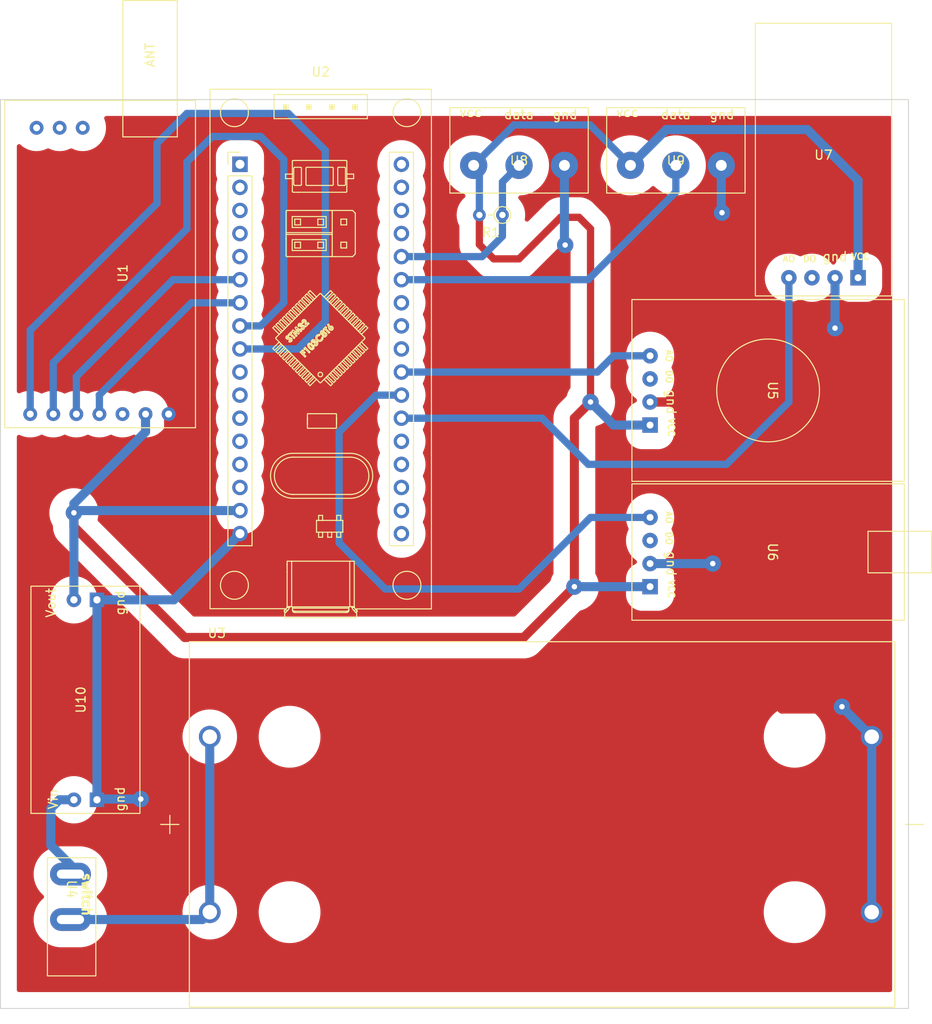
<source format=kicad_pcb>
(kicad_pcb (version 20211014) (generator pcbnew)
  (layers (0 "F.Cu" signal) (31 "B.Cu" signal) (34 "B.Paste" user) (35 "F.Paste" user) (36 "B.SilkS" user "B.Silkscreen") (37 "F.SilkS" user "F.Silkscreen") (38 "B.Mask" user) (39 "F.Mask" user) (44 "Edge.Cuts" user))
  (net 0 "")
  (net 1 "Net-(R1-Pad1)")
  (net 2 "+3.3V")
  (net 3 "Net-(U1-Pad1)")
  (net 4 "Net-(U1-Pad2)")
  (net 5 "Net-(U1-Pad3)")
  (net 6 "Net-(U1-Pad4)")
  (net 8 "GND")
  (net 21 "Net-(U2-Pad29)")
  (net 25 "Net-(U2-Pad25)")
  (net 27 "Net-(U2-Pad24)")
  (net 29 "Net-(U2-Pad23)")
  (net 39 "Net-(U3-Pad1+)")
  (net 40 "Net-(U10-Pad1)")
  (footprint "module_analog_sensor:light_sensor" (layer "F.Cu") (at 191.516 49.276)
    (fp_text reference "U7" (at 0 -0.5 unlocked) (layer "F.SilkS"))
    (fp_text value "light_sensor")
    (fp_text user "AO" (at -3.81 10.922 unlocked) (layer "F.SilkS") (effects (font (size 0.7 0.7))))
    (fp_text user "DO" (at -1.524 10.922 unlocked) (layer "F.SilkS") (effects (font (size 0.7 0.7))))
    (fp_text user "gnd" (at 1.27 10.668 unlocked) (layer "F.SilkS"))
    (fp_text user "VCC" (at 4.064 10.668 unlocked) (layer "F.SilkS") (effects (font (size 0.7 0.7))))
    (pad "1" thru_hole rect (at 3.81 13) (size 1.7 1.7) (drill 0.762) (layers *.Cu *.Mask) (net 2 "+3.3V"))
    (pad "2" thru_hole circle (at 1.27 13) (size 1.7 1.7) (drill 0.762) (layers *.Cu *.Mask) (net 8 "GND"))
    (pad "3" thru_hole circle (at -1.27 13) (size 1.7 1.7) (drill 0.762) (layers *.Cu *.Mask))
    (pad "4" thru_hole circle (at -3.81 13) (size 1.7 1.7) (drill 0.762) (layers *.Cu *.Mask) (net 29 "Net-(U2-Pad23)"))
  )
  (footprint "BK-18650-PC4:BAT_BK-18650-PC4" (layer "F.Cu") (at 160.528 122.428)
    (fp_text reference "U3" (at -35.825 -21.045) (layer "F.SilkS"))
    (fp_text value "BK_18650")
    (pad "" np_thru_hole circle locked (at -27.81 -9.65) (size 3.2 3.2) (drill 3.2) (layers *.Cu *.Mask))
    (pad "" np_thru_hole circle locked (at 27.81 9.65) (size 3.2 3.2) (drill 3.2) (layers *.Cu *.Mask))
    (pad "" np_thru_hole circle locked (at 27.81 -9.65) (size 3.2 3.2) (drill 3.2) (layers *.Cu *.Mask))
    (pad "" np_thru_hole circle locked (at -27.81 9.65) (size 3.2 3.2) (drill 3.2) (layers *.Cu *.Mask))
    (pad "1+" thru_hole circle locked (at -36.6 -9.65) (size 2.4 2.4) (drill 1.6) (layers *.Cu *.Mask) (net 39 "Net-(U3-Pad1+)"))
    (pad "1-" thru_hole circle locked (at 36.3 -9.65) (size 2.4 2.4) (drill 1.6) (layers *.Cu *.Mask) (net 8 "GND"))
    (pad "2+" thru_hole circle locked (at -36.6 9.65) (size 2.4 2.4) (drill 1.6) (layers *.Cu *.Mask) (net 39 "Net-(U3-Pad1+)"))
    (pad "2-" thru_hole circle locked (at 36.3 9.65) (size 2.4 2.4) (drill 1.6) (layers *.Cu *.Mask) (net 8 "GND"))
  )
  (footprint "module_analog_sensor:module_asm1117" (layer "F.Cu") (at 110.236 108.712 90)
    (fp_text reference "U10" (at 0 -0.5 90 unlocked) (layer "F.SilkS"))
    (fp_text value "module_asm1117")
    (fp_text user "Vin" (at -10.922 -3.556 90 unlocked) (layer "F.SilkS"))
    (fp_text user "Vout" (at 10.668 -3.81 90 unlocked) (layer "F.SilkS"))
    (fp_text user "gnd" (at -10.922 3.81 90 unlocked) (layer "F.SilkS"))
    (fp_text user "gnd" (at 10.668 3.81 90 unlocked) (layer "F.SilkS"))
    (pad "1" thru_hole circle (at -11 -1.27 90) (size 1.6 1.6) (drill 0.8) (layers *.Cu *.Mask) (net 40 "Net-(U10-Pad1)"))
    (pad "2" thru_hole rect (at -11 1.27 90) (size 1.6 1.6) (drill 0.8) (layers *.Cu *.Mask) (net 8 "GND"))
    (pad "3" thru_hole circle (at 11 -1.27 90) (size 1.6 1.6) (drill 0.8) (layers *.Cu *.Mask) (net 2 "+3.3V"))
    (pad "4" thru_hole rect (at 11 1.27 90) (size 1.6 1.6) (drill 0.8) (layers *.Cu *.Mask) (net 8 "GND"))
  )
  (footprint "Kicad-STM32:YAAJ_BlackPill_1" (layer "F.Cu") (at 127.254 49.792)
    (fp_text reference "U2" (at 8.89 -10.16) (layer "F.SilkS"))
    (fp_text value "YAAJ_BlackPill_Part_Like" hide)
    (pad "1" thru_hole rect locked (at 0 0) (size 1.7 1.7) (drill 1) (layers *.Cu *.Mask))
    (pad "2" thru_hole circle locked (at 0 2.54) (size 1.7 1.7) (drill 1) (layers *.Cu *.Mask))
    (pad "3" thru_hole circle locked (at 0 5.08) (size 1.7 1.7) (drill 1) (layers *.Cu *.Mask))
    (pad "4" thru_hole circle locked (at 0 7.62) (size 1.7 1.7) (drill 1) (layers *.Cu *.Mask))
    (pad "5" thru_hole circle locked (at 0 10.16) (size 1.7 1.7) (drill 1) (layers *.Cu *.Mask))
    (pad "6" thru_hole circle locked (at 0 12.7) (size 1.7 1.7) (drill 1) (layers *.Cu *.Mask) (net 5 "Net-(U1-Pad3)"))
    (pad "7" thru_hole circle locked (at 0 15.24) (size 1.7 1.7) (drill 1) (layers *.Cu *.Mask) (net 6 "Net-(U1-Pad4)"))
    (pad "8" thru_hole circle locked (at 0 17.78) (size 1.7 1.7) (drill 1) (layers *.Cu *.Mask) (net 4 "Net-(U1-Pad2)"))
    (pad "9" thru_hole circle locked (at 0 20.32) (size 1.7 1.7) (drill 1) (layers *.Cu *.Mask) (net 3 "Net-(U1-Pad1)"))
    (pad "10" thru_hole circle locked (at 0 22.86) (size 1.7 1.7) (drill 1) (layers *.Cu *.Mask))
    (pad "11" thru_hole circle locked (at 0 25.4) (size 1.7 1.7) (drill 1) (layers *.Cu *.Mask))
    (pad "12" thru_hole circle locked (at 0 27.94) (size 1.7 1.7) (drill 1) (layers *.Cu *.Mask))
    (pad "13" thru_hole circle locked (at 0 30.48) (size 1.7 1.7) (drill 1) (layers *.Cu *.Mask))
    (pad "14" thru_hole circle locked (at 0 33.02) (size 1.7 1.7) (drill 1) (layers *.Cu *.Mask))
    (pad "15" thru_hole circle locked (at 0 35.56) (size 1.7 1.7) (drill 1) (layers *.Cu *.Mask))
    (pad "16" thru_hole circle locked (at 0 38.1) (size 1.7 1.7) (drill 1) (layers *.Cu *.Mask) (net 2 "+3.3V"))
    (pad "17" thru_hole circle locked (at 0 40.64) (size 1.7 1.7) (drill 1) (layers *.Cu *.Mask) (net 8 "GND"))
    (pad "18" thru_hole circle locked (at 17.78 40.64) (size 1.7 1.7) (drill 1) (layers *.Cu *.Mask))
    (pad "19" thru_hole circle locked (at 17.78 38.1) (size 1.7 1.7) (drill 1) (layers *.Cu *.Mask))
    (pad "20" thru_hole circle locked (at 17.78 35.56) (size 1.7 1.7) (drill 1) (layers *.Cu *.Mask))
    (pad "21" thru_hole circle locked (at 17.78 33.02) (size 1.7 1.7) (drill 1) (layers *.Cu *.Mask))
    (pad "22" thru_hole circle locked (at 17.78 30.48) (size 1.7 1.7) (drill 1) (layers *.Cu *.Mask))
    (pad "23" thru_hole circle locked (at 17.78 27.94) (size 1.7 1.7) (drill 1) (layers *.Cu *.Mask) (net 29 "Net-(U2-Pad23)"))
    (pad "24" thru_hole circle locked (at 17.78 25.4) (size 1.7 1.7) (drill 1) (layers *.Cu *.Mask) (net 27 "Net-(U2-Pad24)"))
    (pad "25" thru_hole circle locked (at 17.78 22.86) (size 1.7 1.7) (drill 1) (layers *.Cu *.Mask) (net 25 "Net-(U2-Pad25)"))
    (pad "26" thru_hole circle locked (at 17.78 20.32) (size 1.7 1.7) (drill 1) (layers *.Cu *.Mask))
    (pad "27" thru_hole circle locked (at 17.78 17.78) (size 1.7 1.7) (drill 1) (layers *.Cu *.Mask))
    (pad "28" thru_hole circle locked (at 17.78 15.24) (size 1.7 1.7) (drill 1) (layers *.Cu *.Mask))
    (pad "29" thru_hole circle locked (at 17.78 12.7) (size 1.7 1.7) (drill 1) (layers *.Cu *.Mask) (net 21 "Net-(U2-Pad29)"))
    (pad "30" thru_hole circle locked (at 17.78 10.16) (size 1.7 1.7) (drill 1) (layers *.Cu *.Mask) (net 1 "Net-(R1-Pad1)"))
    (pad "31" thru_hole circle locked (at 17.78 7.62) (size 1.7 1.7) (drill 1) (layers *.Cu *.Mask))
    (pad "32" thru_hole circle locked (at 17.78 5.08) (size 1.7 1.7) (drill 1) (layers *.Cu *.Mask))
    (pad "33" thru_hole circle locked (at 17.78 2.54) (size 1.7 1.7) (drill 1) (layers *.Cu *.Mask))
    (pad "34" thru_hole circle locked (at 17.78 0) (size 1.7 1.7) (drill 1) (layers *.Cu *.Mask))
  )
  (footprint "switch:switch_on_off" (layer "F.Cu") (at 108.585 130.388 -90)
    (fp_text reference "U4" (at -0.848 -0.127 -90 unlocked) (layer "F.SilkS"))
    (fp_text value "switch_on_off")
    (fp_text user "switch" (at -0.254 -1.778 -90 unlocked) (layer "F.SilkS") (effects (font (thickness 0.25))))
    (pad "1" thru_hole oval (at 2.5 0 270) (size 2.5 4.5) (drill oval 1 3) (layers *.Cu *.Mask) (net 39 "Net-(U3-Pad1+)"))
    (pad "2" thru_hole oval (at -2.5 0 270) (size 2.5 4.5) (drill oval 1 3) (layers *.Cu *.Mask) (net 40 "Net-(U10-Pad1)"))
  )
  (footprint "module_analog_sensor:MQ_135" (layer "F.Cu") (at 185.42 74.676 -90)
    (fp_text reference "U5" (at 0 -0.5 -90 unlocked) (layer "F.SilkS"))
    (fp_text value "MQ_135")
    (fp_text user "AO" (at -3.81 10.922 -90 unlocked) (layer "F.SilkS") (effects (font (size 0.7 0.7))))
    (fp_text user "VCC" (at 4.064 10.668 -90 unlocked) (layer "F.SilkS") (effects (font (size 0.7 0.7))))
    (fp_text user "gnd" (at 1.27 10.668 -90 unlocked) (layer "F.SilkS"))
    (fp_text user "DO" (at -1.524 10.922 -90 unlocked) (layer "F.SilkS") (effects (font (size 0.7 0.7))))
    (pad "1" thru_hole rect (at 3.81 13 270) (size 1.7 1.7) (drill 0.762) (layers *.Cu *.Mask) (net 2 "+3.3V"))
    (pad "2" thru_hole circle (at 1.27 13 270) (size 1.7 1.7) (drill 0.762) (layers *.Cu *.Mask) (net 8 "GND"))
    (pad "3" thru_hole circle (at -1.27 13 270) (size 1.7 1.7) (drill 0.762) (layers *.Cu *.Mask))
    (pad "4" thru_hole circle (at -3.81 13 270) (size 1.7 1.7) (drill 0.762) (layers *.Cu *.Mask) (net 25 "Net-(U2-Pad25)"))
  )
  (footprint "ds18t20:dt18s20" (layer "F.Cu") (at 157.988 49.911)
    (fp_text reference "U8" (at 0 -0.5 unlocked) (layer "F.SilkS"))
    (fp_text value "ds18t20")
    (fp_text user "data" (at 0 -5.588 unlocked) (layer "F.SilkS"))
    (fp_text user "vcc" (at -5.334 -5.842 unlocked) (layer "F.SilkS"))
    (fp_text user "gnd" (at 5.08 -5.588 unlocked) (layer "F.SilkS"))
    (pad "1" thru_hole circle (at -5 0) (size 3 3) (drill 1.2) (layers *.Cu *.Mask) (net 2 "+3.3V"))
    (pad "2" thru_hole circle (at 0 0) (size 3 3) (drill 1.2) (layers *.Cu *.Mask) (net 1 "Net-(R1-Pad1)"))
    (pad "3" thru_hole circle (at 5 0) (size 3 3) (drill 1.2) (layers *.Cu *.Mask) (net 8 "GND"))
  )
  (footprint "ds18t20:dt18s20" (layer "F.Cu") (at 175.26 49.911)
    (fp_text reference "U9" (at 0 -0.5 unlocked) (layer "F.SilkS"))
    (fp_text value "dht11")
    (fp_text user "data" (at 0 -5.588 unlocked) (layer "F.SilkS"))
    (fp_text user "vcc" (at -5.334 -5.842 unlocked) (layer "F.SilkS"))
    (fp_text user "gnd" (at 5.08 -5.588 unlocked) (layer "F.SilkS"))
    (pad "1" thru_hole circle (at -5 0) (size 3 3) (drill 1.2) (layers *.Cu *.Mask) (net 2 "+3.3V"))
    (pad "2" thru_hole circle (at 0 0) (size 3 3) (drill 1.2) (layers *.Cu *.Mask) (net 21 "Net-(U2-Pad29)"))
    (pad "3" thru_hole circle (at 5 0) (size 3 3) (drill 1.2) (layers *.Cu *.Mask) (net 8 "GND"))
  )
  (footprint "Resistor_THT:R_Axial_DIN0204_L3.6mm_D1.6mm_P2.54mm_Vertical" (layer "F.Cu") (at 156.16 55.372 180)
    (fp_text reference "R1" (at 1.27 -1.92) (layer "F.SilkS"))
    (fp_text value "4k7")
    (pad "1" thru_hole circle (at 0 0 180) (size 1.4 1.4) (drill 0.7) (layers *.Cu *.Mask) (net 1 "Net-(R1-Pad1)"))
    (pad "2" thru_hole oval (at 2.54 0 180) (size 1.4 1.4) (drill 0.7) (layers *.Cu *.Mask) (net 2 "+3.3V"))
  )
  (footprint "42CrMo4-KiCad-Library:E32-xxxT20D" (layer "F.Cu") (at 101.355 78.777 90)
    (fp_text reference "U1" (at 17 13 90) (layer "F.SilkS"))
    (fp_text value "E32-433T20D")
    (fp_text user "ANT" (at 41 16 90) (layer "F.SilkS"))
    (pad "1" thru_hole circle locked (at 1.5 2.8 90) (size 1.524 1.524) (drill 0.762) (layers *.Cu *.Mask) (net 3 "Net-(U1-Pad1)"))
    (pad "2" thru_hole circle locked (at 1.5 5.34 90) (size 1.524 1.524) (drill 0.762) (layers *.Cu *.Mask) (net 4 "Net-(U1-Pad2)"))
    (pad "3" thru_hole circle locked (at 1.5 7.88 90) (size 1.524 1.524) (drill 0.762) (layers *.Cu *.Mask) (net 5 "Net-(U1-Pad3)"))
    (pad "4" thru_hole circle locked (at 1.5 10.42 90) (size 1.524 1.524) (drill 0.762) (layers *.Cu *.Mask) (net 6 "Net-(U1-Pad4)"))
    (pad "5" thru_hole circle locked (at 1.5 12.96 90) (size 1.524 1.524) (drill 0.762) (layers *.Cu *.Mask))
    (pad "6" thru_hole circle locked (at 1.5 15.5 90) (size 1.524 1.524) (drill 0.762) (layers *.Cu *.Mask) (net 2 "+3.3V"))
    (pad "7" thru_hole circle locked (at 1.5 18.04 90) (size 1.524 1.524) (drill 0.762) (layers *.Cu *.Mask) (net 8 "GND"))
    (pad "8" thru_hole circle locked (at 33 8.58 90) (size 1.524 1.524) (drill 0.762) (layers *.Cu *.Mask))
    (pad "9" thru_hole circle locked (at 33 6.04 90) (size 1.524 1.524) (drill 0.762) (layers *.Cu *.Mask))
    (pad "10" thru_hole circle locked (at 33 3.5 90) (size 1.524 1.524) (drill 0.762) (layers *.Cu *.Mask))
  )
  (footprint "module_analog_sensor:humi_sensor" (layer "F.Cu") (at 185.42 92.456 -90)
    (fp_text reference "U6" (at 0 -0.5 -90 unlocked) (layer "F.SilkS"))
    (fp_text value "humi_sensor")
    (fp_text user "gnd" (at 1.27 10.668 -90 unlocked) (layer "F.SilkS"))
    (fp_text user "DO" (at -1.524 10.922 -90 unlocked) (layer "F.SilkS") (effects (font (size 0.7 0.7))))
    (fp_text user "VCC" (at 4.064 10.668 -90 unlocked) (layer "F.SilkS") (effects (font (size 0.7 0.7))))
    (fp_text user "AO" (at -3.81 10.922 -90 unlocked) (layer "F.SilkS") (effects (font (size 0.7 0.7))))
    (pad "1" thru_hole rect (at 3.81 13 270) (size 1.7 1.7) (drill 0.762) (layers *.Cu *.Mask) (net 2 "+3.3V"))
    (pad "2" thru_hole circle (at 1.27 13 270) (size 1.7 1.7) (drill 0.762) (layers *.Cu *.Mask) (net 8 "GND"))
    (pad "3" thru_hole circle (at -1.27 13 270) (size 1.7 1.7) (drill 0.762) (layers *.Cu *.Mask))
    (pad "4" thru_hole circle (at -3.81 13 270) (size 1.7 1.7) (drill 0.762) (layers *.Cu *.Mask) (net 27 "Net-(U2-Pad24)"))
  )
  (gr_rect locked (start 100.876 42.672) (end 200.876 142.672) (layer "Edge.Cuts") (width 0.1) (fill none))
  (segment (start 156.16 57.708) (end 156.16 55.372) (width 0.8) (layer "B.Cu") (net 1))
  (segment (start 156.16 55.372) (end 156.16 51.739) (width 0.8) (layer "B.Cu") (net 1))
  (segment (start 153.916 59.952) (end 156.16 57.708) (width 0.8) (layer "B.Cu") (net 1))
  (segment (start 145.034 59.952) (end 153.916 59.952) (width 0.8) (layer "B.Cu") (net 1))
  (segment (start 156.16 51.739) (end 157.988 49.911) (width 0.8) (layer "B.Cu") (net 1))
  (segment (start 155.194 60.198) (end 157.988 60.198) (width 0.8) (layer "F.Cu") (net 2))
  (segment (start 153.62 55.372) (end 153.62 58.624) (width 0.8) (layer "F.Cu") (net 2))
  (segment (start 158.496 101.854) (end 164.084 96.266) (width 1) (layer "F.Cu") (net 2))
  (segment (start 108.966 88.138) (end 108.966 89.662) (width 1) (layer "F.Cu") (net 2))
  (segment (start 121.158 101.854) (end 158.496 101.854) (width 1) (layer "F.Cu") (net 2))
  (segment (start 153.62 58.624) (end 155.194 60.198) (width 0.8) (layer "F.Cu") (net 2))
  (segment (start 164.084 77.724) (end 164.084 96.266) (width 1) (layer "F.Cu") (net 2))
  (segment (start 165.862 75.946) (end 164.084 77.724) (width 1) (layer "F.Cu") (net 2))
  (segment (start 108.966 89.662) (end 121.158 101.854) (width 1) (layer "F.Cu") (net 2))
  (segment (start 165.862 56.896) (end 165.862 75.946) (width 0.8) (layer "F.Cu") (net 2))
  (segment (start 157.988 60.198) (end 162.56 55.626) (width 0.8) (layer "F.Cu") (net 2))
  (segment (start 162.56 55.626) (end 164.592 55.626) (width 0.8) (layer "F.Cu") (net 2))
  (segment (start 164.592 55.626) (end 165.862 56.896) (width 0.8) (layer "F.Cu") (net 2))
  (via (at 164.084 96.266) (size 1.8) (drill 0.6) (layers "F.Cu" "B.Cu") (net 2))
  (via (at 165.862 75.946) (size 1.8) (drill 0.6) (layers "F.Cu" "B.Cu") (net 2))
  (via (at 108.966 88.138) (size 1.8) (drill 0.6) (layers "F.Cu" "B.Cu") (net 2))
  (segment (start 168.402 78.486) (end 165.862 75.946) (width 1) (layer "B.Cu") (net 2))
  (segment (start 157.433 45.466) (end 165.815 45.466) (width 0.8) (layer "B.Cu") (net 2))
  (segment (start 195.326 62.276) (end 195.326 51.562) (width 1) (layer "B.Cu") (net 2))
  (segment (start 108.966 87.122) (end 108.966 88.138) (width 1) (layer "B.Cu") (net 2))
  (segment (start 174.197 45.974) (end 170.26 49.911) (width 1) (layer "B.Cu") (net 2))
  (segment (start 109.212 87.892) (end 108.966 88.138) (width 1) (layer "B.Cu") (net 2))
  (segment (start 172.42 78.486) (end 168.402 78.486) (width 1) (layer "B.Cu") (net 2))
  (segment (start 189.738 45.974) (end 174.197 45.974) (width 1) (layer "B.Cu") (net 2))
  (segment (start 127.254 87.892) (end 109.212 87.892) (width 1) (layer "B.Cu") (net 2))
  (segment (start 153.62 50.543) (end 152.988 49.911) (width 0.8) (layer "B.Cu") (net 2))
  (segment (start 152.988 49.911) (end 157.433 45.466) (width 0.8) (layer "B.Cu") (net 2))
  (segment (start 116.855 79.233) (end 108.966 87.122) (width 1) (layer "B.Cu") (net 2))
  (segment (start 164.084 96.266) (end 172.42 96.266) (width 1) (layer "B.Cu") (net 2))
  (segment (start 195.326 51.562) (end 189.738 45.974) (width 1) (layer "B.Cu") (net 2))
  (segment (start 153.62 55.372) (end 153.62 50.543) (width 0.8) (layer "B.Cu") (net 2))
  (segment (start 116.855 77.277) (end 116.855 79.233) (width 1) (layer "B.Cu") (net 2))
  (segment (start 108.966 88.138) (end 108.966 97.712) (width 1) (layer "B.Cu") (net 2))
  (segment (start 165.815 45.466) (end 170.26 49.911) (width 0.8) (layer "B.Cu") (net 2))
  (segment (start 118.11 47.498) (end 121.412 44.196) (width 0.8) (layer "B.Cu") (net 3))
  (segment (start 104.155 77.277) (end 104.155 68.057) (width 0.8) (layer "B.Cu") (net 3))
  (segment (start 136.652 67.056) (end 133.596 70.112) (width 0.8) (layer "B.Cu") (net 3))
  (segment (start 121.412 44.196) (end 132.588 44.196) (width 0.8) (layer "B.Cu") (net 3))
  (segment (start 118.11 54.102) (end 118.11 47.498) (width 0.8) (layer "B.Cu") (net 3))
  (segment (start 132.588 44.196) (end 136.652 48.26) (width 0.8) (layer "B.Cu") (net 3))
  (segment (start 136.652 48.26) (end 136.652 67.056) (width 0.8) (layer "B.Cu") (net 3))
  (segment (start 133.596 70.112) (end 127.254 70.112) (width 0.8) (layer "B.Cu") (net 3))
  (segment (start 104.155 68.057) (end 118.11 54.102) (width 0.8) (layer "B.Cu") (net 3))
  (segment (start 132.08 65.024) (end 129.532 67.572) (width 0.8) (layer "B.Cu") (net 4))
  (segment (start 106.695 77.277) (end 106.695 71.613) (width 0.8) (layer "B.Cu") (net 4))
  (segment (start 129.532 67.572) (end 127.254 67.572) (width 0.8) (layer "B.Cu") (net 4))
  (segment (start 129.54 46.736) (end 132.08 49.276) (width 0.8) (layer "B.Cu") (net 4))
  (segment (start 106.695 71.613) (end 121.412 56.896) (width 0.8) (layer "B.Cu") (net 4))
  (segment (start 132.08 49.276) (end 132.08 65.024) (width 0.8) (layer "B.Cu") (net 4))
  (segment (start 124.206 46.736) (end 129.54 46.736) (width 0.8) (layer "B.Cu") (net 4))
  (segment (start 121.412 49.53) (end 124.206 46.736) (width 0.8) (layer "B.Cu") (net 4))
  (segment (start 121.412 56.896) (end 121.412 49.53) (width 0.8) (layer "B.Cu") (net 4))
  (segment (start 109.22 73.152) (end 109.235 73.167) (width 0.8) (layer "B.Cu") (net 5))
  (segment (start 127.254 62.492) (end 119.88 62.492) (width 0.8) (layer "B.Cu") (net 5))
  (segment (start 109.235 73.167) (end 109.235 77.277) (width 0.8) (layer "B.Cu") (net 5))
  (segment (start 119.88 62.492) (end 109.22 73.152) (width 0.8) (layer "B.Cu") (net 5))
  (segment (start 121.912 65.032) (end 111.76 75.184) (width 0.8) (layer "B.Cu") (net 6))
  (segment (start 111.775 75.199) (end 111.775 77.277) (width 0.8) (layer "B.Cu") (net 6))
  (segment (start 127.254 65.032) (end 121.912 65.032) (width 0.8) (layer "B.Cu") (net 6))
  (segment (start 111.76 75.184) (end 111.775 75.199) (width 0.8) (layer "B.Cu") (net 6))
  (segment (start 163.068 61.0385) (end 158.496 65.6105) (width 1) (layer "F.Cu") (net 8))
  (segment (start 192.786 67.818) (end 192.786 80.264) (width 1) (layer "F.Cu") (net 8))
  (segment (start 163.068 58.674) (end 163.068 61.0385) (width 1) (layer "F.Cu") (net 8))
  (segment (start 119.395 85.867) (end 123.96 90.432) (width 1) (layer "F.Cu") (net 8))
  (segment (start 189.972 119.634) (end 196.828 112.778) (width 1) (layer "F.Cu") (net 8))
  (segment (start 186.944 109.728) (end 193.294 109.728) (width 1) (layer "F.Cu") (net 8))
  (segment (start 193.294 109.728) (end 193.548 109.474) (width 1) (layer "F.Cu") (net 8))
  (segment (start 119.395 77.277) (end 119.395 85.867) (width 1) (layer "F.Cu") (net 8))
  (segment (start 192.786 80.264) (end 179.324 93.726) (width 1) (layer "F.Cu") (net 8))
  (segment (start 168.195 55.118) (end 180.34 55.118) (width 1) (layer "F.Cu") (net 8))
  (segment (start 180.34 55.118) (end 180.34 72.898) (width 1) (layer "F.Cu") (net 8))
  (segment (start 123.96 90.432) (end 127.254 90.432) (width 1) (layer "F.Cu") (net 8))
  (segment (start 172.42 75.946) (end 177.292 75.946) (width 1) (layer "F.Cu") (net 8))
  (segment (start 184.658 75.946) (end 192.786 67.818) (width 1) (layer "F.Cu") (net 8))
  (segment (start 116.332 119.634) (end 189.972 119.634) (width 1) (layer "F.Cu") (net 8))
  (segment (start 177.292 75.946) (end 180.34 72.898) (width 1) (layer "F.Cu") (net 8))
  (segment (start 162.988 49.911) (end 168.195 55.118) (width 1) (layer "F.Cu") (net 8))
  (segment (start 179.324 102.108) (end 186.944 109.728) (width 1) (layer "F.Cu") (net 8))
  (segment (start 158.496 65.6105) (end 158.496 89.154) (width 1) (layer "F.Cu") (net 8))
  (segment (start 179.324 93.726) (end 179.324 102.108) (width 1) (layer "F.Cu") (net 8))
  (segment (start 158.496 89.154) (end 150.622 97.028) (width 1) (layer "F.Cu") (net 8))
  (segment (start 150.622 97.028) (end 133.85 97.028) (width 1) (layer "F.Cu") (net 8))
  (segment (start 133.85 97.028) (end 127.254 90.432) (width 1) (layer "F.Cu") (net 8))
  (segment (start 172.42 75.946) (end 184.658 75.946) (width 1) (layer "F.Cu") (net 8))
  (via (at 179.324 93.726) (size 1.8) (drill 0.6) (layers "F.Cu" "B.Cu") (net 8))
  (via (at 116.332 119.634) (size 1.8) (drill 0.6) (layers "F.Cu" "B.Cu") (net 8))
  (via (at 192.786 67.818) (size 1.8) (drill 0.6) (layers "F.Cu" "B.Cu") (net 8))
  (via (at 193.548 109.474) (size 1.8) (drill 0.6) (layers "F.Cu" "B.Cu") (net 8))
  (via (at 163.068 58.674) (size 1.8) (drill 0.6) (layers "F.Cu" "B.Cu") (net 8))
  (via (at 180.34 55.118) (size 1.8) (drill 0.6) (layers "F.Cu" "B.Cu") (net 8))
  (segment (start 163.068 58.674) (end 162.988 58.594) (width 1) (layer "B.Cu") (net 8))
  (segment (start 111.506 97.712) (end 119.974 97.712) (width 1) (layer "B.Cu") (net 8))
  (segment (start 116.332 119.634) (end 111.584 119.634) (width 1) (layer "B.Cu") (net 8))
  (segment (start 192.786 62.276) (end 192.786 67.818) (width 1) (layer "B.Cu") (net 8))
  (segment (start 180.26 55.038) (end 180.34 55.118) (width 1) (layer "B.Cu") (net 8))
  (segment (start 111.506 97.712) (end 111.506 119.712) (width 1) (layer "B.Cu") (net 8))
  (segment (start 172.42 93.726) (end 179.324 93.726) (width 1) (layer "B.Cu") (net 8))
  (segment (start 111.584 119.634) (end 111.506 119.712) (width 1) (layer "B.Cu") (net 8))
  (segment (start 193.548 109.498) (end 196.828 112.778) (width 1) (layer "B.Cu") (net 8))
  (segment (start 180.26 49.911) (end 180.26 55.038) (width 1) (layer "B.Cu") (net 8))
  (segment (start 162.988 58.594) (end 162.988 49.911) (width 1) (layer "B.Cu") (net 8))
  (segment (start 119.974 97.712) (end 127.254 90.432) (width 1) (layer "B.Cu") (net 8))
  (segment (start 196.828 112.778) (end 196.828 132.078) (width 1) (layer "B.Cu") (net 8))
  (segment (start 193.548 109.474) (end 193.548 109.498) (width 1) (layer "B.Cu") (net 8))
  (segment (start 165.6 62.492) (end 145.034 62.492) (width 0.8) (layer "B.Cu") (net 21))
  (segment (start 175.26 49.911) (end 175.26 52.832) (width 0.8) (layer "B.Cu") (net 21))
  (segment (start 175.26 52.832) (end 165.6 62.492) (width 0.8) (layer "B.Cu") (net 21))
  (segment (start 168.402 70.866) (end 172.42 70.866) (width 0.8) (layer "B.Cu") (net 25))
  (segment (start 166.616 72.652) (end 168.402 70.866) (width 0.8) (layer "B.Cu") (net 25))
  (segment (start 145.034 72.652) (end 166.616 72.652) (width 0.8) (layer "B.Cu") (net 25))
  (segment (start 157.988 96.52) (end 165.862 88.646) (width 0.8) (layer "B.Cu") (net 27))
  (segment (start 145.034 75.192) (end 142.232 75.192) (width 0.8) (layer "B.Cu") (net 27))
  (segment (start 143.256 96.52) (end 157.988 96.52) (width 0.8) (layer "B.Cu") (net 27))
  (segment (start 138.176 91.44) (end 143.256 96.52) (width 0.8) (layer "B.Cu") (net 27))
  (segment (start 142.232 75.192) (end 138.176 79.248) (width 0.8) (layer "B.Cu") (net 27))
  (segment (start 165.862 88.646) (end 172.42 88.646) (width 0.8) (layer "B.Cu") (net 27))
  (segment (start 138.176 79.248) (end 138.176 91.44) (width 0.8) (layer "B.Cu") (net 27))
  (segment (start 180.848 82.804) (end 187.706 75.946) (width 0.8) (layer "B.Cu") (net 29))
  (segment (start 187.706 75.946) (end 187.706 62.276) (width 0.8) (layer "B.Cu") (net 29))
  (segment (start 149.352 77.724) (end 160.528 77.724) (width 0.8) (layer "B.Cu") (net 29))
  (segment (start 165.608 82.804) (end 180.848 82.804) (width 0.8) (layer "B.Cu") (net 29))
  (segment (start 160.528 77.724) (end 165.608 82.804) (width 0.8) (layer "B.Cu") (net 29))
  (segment (start 149.344 77.732) (end 149.352 77.724) (width 0.8) (layer "B.Cu") (net 29))
  (segment (start 145.034 77.732) (end 149.344 77.732) (width 0.8) (layer "B.Cu") (net 29))
  (segment (start 108.585 132.888) (end 123.118 132.888) (width 1) (layer "B.Cu") (net 39))
  (segment (start 123.118 132.888) (end 123.928 132.078) (width 1) (layer "B.Cu") (net 39))
  (segment (start 123.928 112.778) (end 123.928 132.078) (width 1) (layer "B.Cu") (net 39))
  (segment (start 108.585 127.888) (end 108.585 126.873) (width 1) (layer "B.Cu") (net 40))
  (segment (start 106.426 124.714) (end 106.426 120.65) (width 1) (layer "B.Cu") (net 40))
  (segment (start 106.426 120.65) (end 107.364 119.712) (width 1) (layer "B.Cu") (net 40))
  (segment (start 108.585 126.873) (end 106.426 124.714) (width 1) (layer "B.Cu") (net 40))
  (segment (start 107.364 119.712) (end 108.966 119.712) (width 1) (layer "B.Cu") (net 40))
  (zone (net 8) (net_name "GND") (layer "F.Cu") (connect_pads yes (clearance 1.8)) (min_thickness 0.5) (fill yes (thermal_gap 0.508) (thermal_bridge_width 0.508))
    (polygon (pts (xy 200.66 142.494) (xy 101.092 142.24) (xy 101.092 141.986) (xy 101.346 43.18) (xy 200.66 42.926)))
  )
)
</source>
